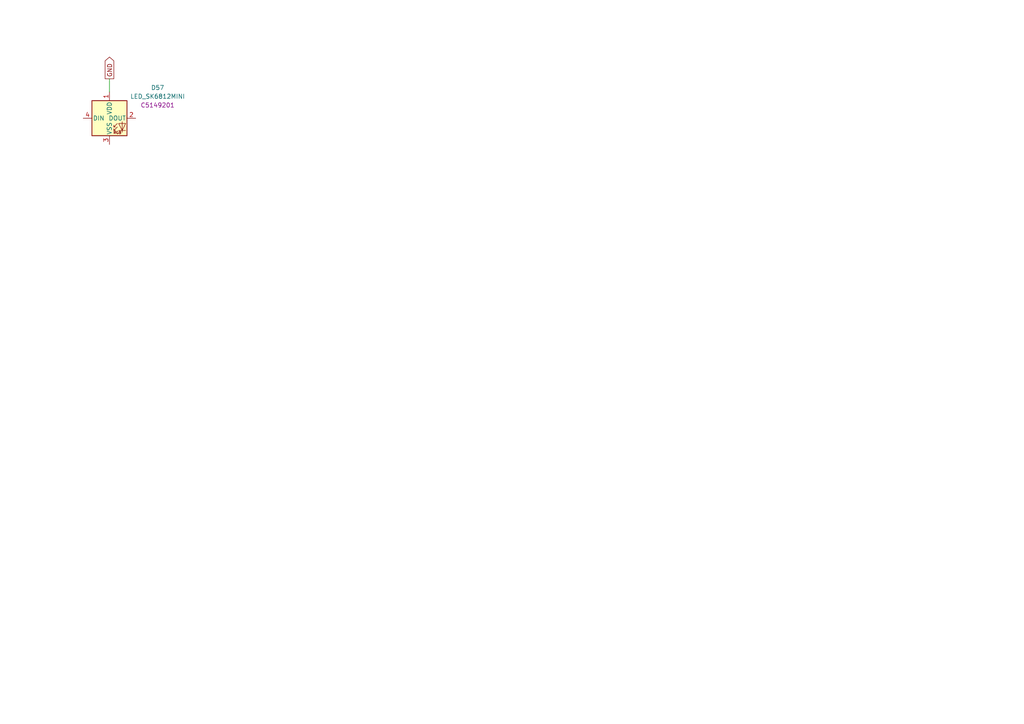
<source format=kicad_sch>
(kicad_sch (version 20231120) (generator "eeschema") (generator_version "8.0")
  (paper "A4")
  (lib_symbols
    (symbol "SCOTTO_KEEBS:LED_SK6812MINI" (pin_names (offset 0.254))
      (property "Reference" "D" (at 2.032 5.588 0))
      (property "Value" "LED_SK6812MINI" (at 1.27 -5.715 0))
      (property "LCSC" "C5149201" (at 0 0 0))
      (symbol "LED_SK6812MINI_0_0"
        (text "RGB" (at 2.286 -4.191 0) (effects (font (size 0.762 0.762))))
      )
      (symbol "LED_SK6812MINI_0_1"
        (rectangle (start -5.08 5.08) (end 5.08 -5.08) (stroke (width 0.254)) (fill (type background)))
        (polyline (pts (xy 1.27 -3.556) (xy 1.778 -3.556)))
        (polyline (pts (xy 1.27 -2.54) (xy 1.778 -2.54)))
        (polyline (pts (xy 4.699 -3.556) (xy 2.667 -3.556)))
        (polyline (pts (xy 2.286 -2.54) (xy 1.27 -3.556) (xy 1.27 -3.048)))
        (polyline (pts (xy 2.286 -1.524) (xy 1.27 -2.54) (xy 1.27 -2.032)))
        (polyline (pts (xy 3.683 -1.016) (xy 3.683 -3.556) (xy 3.683 -4.064)))
        (polyline (pts (xy 4.699 -1.524) (xy 2.667 -1.524) (xy 3.683 -3.556) (xy 4.699 -1.524)))
      )
      (symbol "LED_SK6812MINI_1_1"
        (pin power_in line (at 0 7.62 270) (length 2.54) (name "VDD") (number "1"))
        (pin output line (at 7.62 0 180) (length 2.54) (name "DOUT") (number "2"))
        (pin power_in line (at 0 -7.62 90) (length 2.54) (name "VSS") (number "3"))
        (pin input line (at -7.62 0 0) (length 2.54) (name "DIN") (number "4"))
      )
    )
  )
  (wire (pts (xy 31.75 22.86) (xy 31.75 26.67)))
  (global_label "GND" (shape output) (at 31.75 22.86 90) (property "Intersheetrefs" "${INTERSHEET_REFS}" (effects (hide yes))))
  (symbol (lib_id "SCOTTO_KEEBS:LED_SK6812MINI") (at 31.75 34.29 0) (unit 1)
    (property "Reference" "D57" (at 45.72 25.4314 0))
    (property "Value" "LED_SK6812MINI" (at 45.72 27.9714 0))
    (property "Footprint" "BoggleSwitches:SK6812-MINI-E" (effects (hide yes)))
    (property "Datasheet" "https://cdn-shop.adafruit.com/product-files/2686/SK6812MINI_REV.01-1-2.pdf" (effects (hide yes)))
    (property "Description" "RGB LED with integrated controller" (effects (hide yes)))
    (property "LCSC" "C5149201" (at 45.72 30.5114 0))
  )
)
</source>
